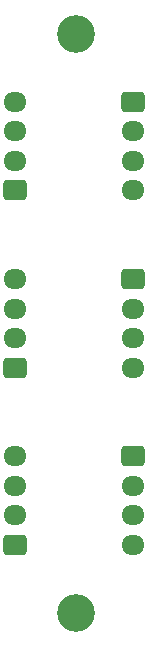
<source format=gbr>
%TF.GenerationSoftware,KiCad,Pcbnew,9.0.2*%
%TF.CreationDate,2025-06-15T01:11:38-07:00*%
%TF.ProjectId,SDM26_SplitterV1.1,53444d32-365f-4537-906c-697474657256,rev?*%
%TF.SameCoordinates,Original*%
%TF.FileFunction,Soldermask,Bot*%
%TF.FilePolarity,Negative*%
%FSLAX46Y46*%
G04 Gerber Fmt 4.6, Leading zero omitted, Abs format (unit mm)*
G04 Created by KiCad (PCBNEW 9.0.2) date 2025-06-15 01:11:38*
%MOMM*%
%LPD*%
G01*
G04 APERTURE LIST*
G04 Aperture macros list*
%AMRoundRect*
0 Rectangle with rounded corners*
0 $1 Rounding radius*
0 $2 $3 $4 $5 $6 $7 $8 $9 X,Y pos of 4 corners*
0 Add a 4 corners polygon primitive as box body*
4,1,4,$2,$3,$4,$5,$6,$7,$8,$9,$2,$3,0*
0 Add four circle primitives for the rounded corners*
1,1,$1+$1,$2,$3*
1,1,$1+$1,$4,$5*
1,1,$1+$1,$6,$7*
1,1,$1+$1,$8,$9*
0 Add four rect primitives between the rounded corners*
20,1,$1+$1,$2,$3,$4,$5,0*
20,1,$1+$1,$4,$5,$6,$7,0*
20,1,$1+$1,$6,$7,$8,$9,0*
20,1,$1+$1,$8,$9,$2,$3,0*%
G04 Aperture macros list end*
%ADD10C,3.200000*%
%ADD11RoundRect,0.250000X-0.725000X0.600000X-0.725000X-0.600000X0.725000X-0.600000X0.725000X0.600000X0*%
%ADD12O,1.950000X1.700000*%
%ADD13RoundRect,0.250000X0.725000X-0.600000X0.725000X0.600000X-0.725000X0.600000X-0.725000X-0.600000X0*%
G04 APERTURE END LIST*
D10*
%TO.C,H1*%
X105050000Y-125600000D03*
%TD*%
D11*
%TO.C,J4*%
X109900000Y-82350000D03*
D12*
X109900000Y-84850000D03*
X109900000Y-87350000D03*
X109900000Y-89850000D03*
%TD*%
D13*
%TO.C,J1*%
X99900000Y-119850000D03*
D12*
X99900000Y-117350000D03*
X99900000Y-114850000D03*
X99900000Y-112350000D03*
%TD*%
D13*
%TO.C,J2*%
X99900000Y-104850000D03*
D12*
X99900000Y-102350000D03*
X99900000Y-99850000D03*
X99900000Y-97350000D03*
%TD*%
D10*
%TO.C,H2*%
X105050000Y-76600000D03*
%TD*%
D11*
%TO.C,J6*%
X109900000Y-112350000D03*
D12*
X109900000Y-114850000D03*
X109900000Y-117350000D03*
X109900000Y-119850000D03*
%TD*%
D13*
%TO.C,J3*%
X99900000Y-89850000D03*
D12*
X99900000Y-87350000D03*
X99900000Y-84850000D03*
X99900000Y-82350000D03*
%TD*%
D11*
%TO.C,J5*%
X109900000Y-97350000D03*
D12*
X109900000Y-99850000D03*
X109900000Y-102350000D03*
X109900000Y-104850000D03*
%TD*%
M02*

</source>
